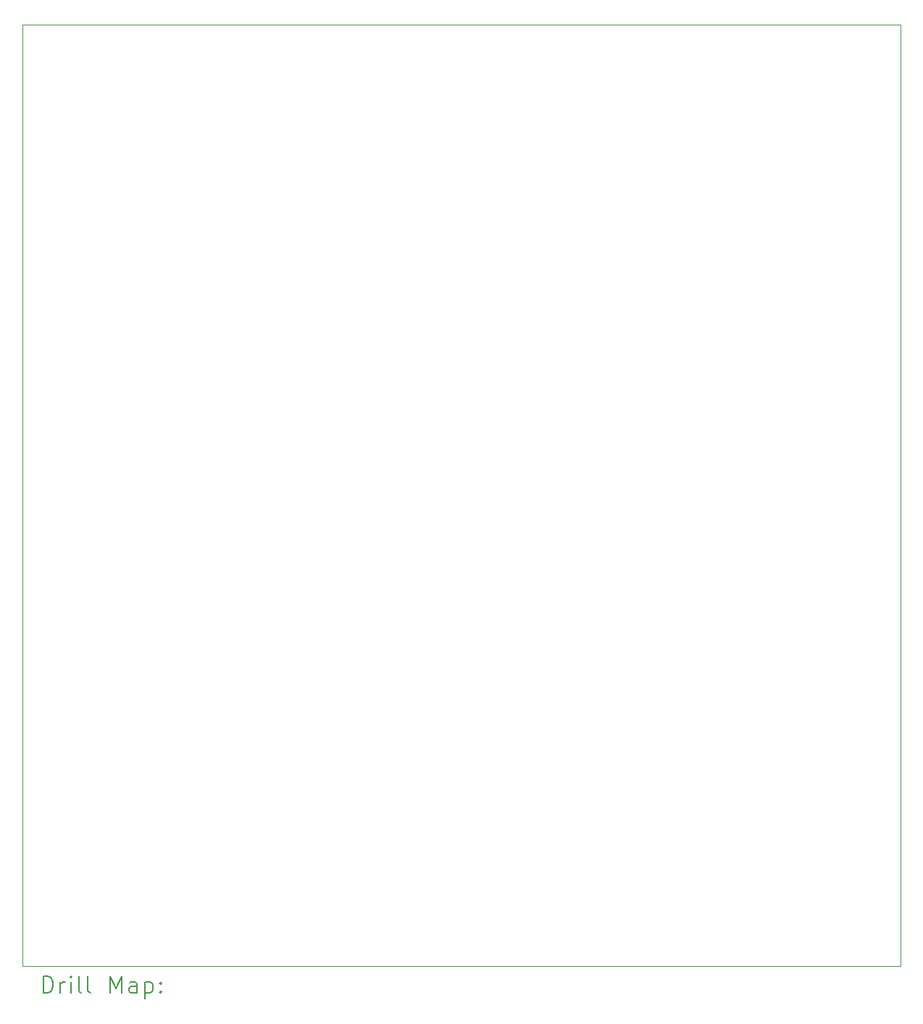
<source format=gbr>
%TF.GenerationSoftware,KiCad,Pcbnew,7.0.1*%
%TF.CreationDate,2023-04-23T09:14:57+12:00*%
%TF.ProjectId,Cocktail PCB,436f636b-7461-4696-9c20-5043422e6b69,rev?*%
%TF.SameCoordinates,Original*%
%TF.FileFunction,Drillmap*%
%TF.FilePolarity,Positive*%
%FSLAX45Y45*%
G04 Gerber Fmt 4.5, Leading zero omitted, Abs format (unit mm)*
G04 Created by KiCad (PCBNEW 7.0.1) date 2023-04-23 09:14:57*
%MOMM*%
%LPD*%
G01*
G04 APERTURE LIST*
%ADD10C,0.100000*%
%ADD11C,0.200000*%
G04 APERTURE END LIST*
D10*
X10261600Y-2844800D02*
X20523200Y-2844800D01*
X20523200Y-13843000D01*
X10261600Y-13843000D01*
X10261600Y-2844800D01*
D11*
X10504219Y-14160524D02*
X10504219Y-13960524D01*
X10504219Y-13960524D02*
X10551838Y-13960524D01*
X10551838Y-13960524D02*
X10580410Y-13970048D01*
X10580410Y-13970048D02*
X10599457Y-13989095D01*
X10599457Y-13989095D02*
X10608981Y-14008143D01*
X10608981Y-14008143D02*
X10618505Y-14046238D01*
X10618505Y-14046238D02*
X10618505Y-14074809D01*
X10618505Y-14074809D02*
X10608981Y-14112905D01*
X10608981Y-14112905D02*
X10599457Y-14131952D01*
X10599457Y-14131952D02*
X10580410Y-14151000D01*
X10580410Y-14151000D02*
X10551838Y-14160524D01*
X10551838Y-14160524D02*
X10504219Y-14160524D01*
X10704219Y-14160524D02*
X10704219Y-14027190D01*
X10704219Y-14065286D02*
X10713743Y-14046238D01*
X10713743Y-14046238D02*
X10723267Y-14036714D01*
X10723267Y-14036714D02*
X10742314Y-14027190D01*
X10742314Y-14027190D02*
X10761362Y-14027190D01*
X10828029Y-14160524D02*
X10828029Y-14027190D01*
X10828029Y-13960524D02*
X10818505Y-13970048D01*
X10818505Y-13970048D02*
X10828029Y-13979571D01*
X10828029Y-13979571D02*
X10837552Y-13970048D01*
X10837552Y-13970048D02*
X10828029Y-13960524D01*
X10828029Y-13960524D02*
X10828029Y-13979571D01*
X10951838Y-14160524D02*
X10932790Y-14151000D01*
X10932790Y-14151000D02*
X10923267Y-14131952D01*
X10923267Y-14131952D02*
X10923267Y-13960524D01*
X11056600Y-14160524D02*
X11037552Y-14151000D01*
X11037552Y-14151000D02*
X11028029Y-14131952D01*
X11028029Y-14131952D02*
X11028029Y-13960524D01*
X11285171Y-14160524D02*
X11285171Y-13960524D01*
X11285171Y-13960524D02*
X11351838Y-14103381D01*
X11351838Y-14103381D02*
X11418505Y-13960524D01*
X11418505Y-13960524D02*
X11418505Y-14160524D01*
X11599457Y-14160524D02*
X11599457Y-14055762D01*
X11599457Y-14055762D02*
X11589933Y-14036714D01*
X11589933Y-14036714D02*
X11570886Y-14027190D01*
X11570886Y-14027190D02*
X11532790Y-14027190D01*
X11532790Y-14027190D02*
X11513743Y-14036714D01*
X11599457Y-14151000D02*
X11580409Y-14160524D01*
X11580409Y-14160524D02*
X11532790Y-14160524D01*
X11532790Y-14160524D02*
X11513743Y-14151000D01*
X11513743Y-14151000D02*
X11504219Y-14131952D01*
X11504219Y-14131952D02*
X11504219Y-14112905D01*
X11504219Y-14112905D02*
X11513743Y-14093857D01*
X11513743Y-14093857D02*
X11532790Y-14084333D01*
X11532790Y-14084333D02*
X11580409Y-14084333D01*
X11580409Y-14084333D02*
X11599457Y-14074809D01*
X11694695Y-14027190D02*
X11694695Y-14227190D01*
X11694695Y-14036714D02*
X11713743Y-14027190D01*
X11713743Y-14027190D02*
X11751838Y-14027190D01*
X11751838Y-14027190D02*
X11770886Y-14036714D01*
X11770886Y-14036714D02*
X11780409Y-14046238D01*
X11780409Y-14046238D02*
X11789933Y-14065286D01*
X11789933Y-14065286D02*
X11789933Y-14122428D01*
X11789933Y-14122428D02*
X11780409Y-14141476D01*
X11780409Y-14141476D02*
X11770886Y-14151000D01*
X11770886Y-14151000D02*
X11751838Y-14160524D01*
X11751838Y-14160524D02*
X11713743Y-14160524D01*
X11713743Y-14160524D02*
X11694695Y-14151000D01*
X11875648Y-14141476D02*
X11885171Y-14151000D01*
X11885171Y-14151000D02*
X11875648Y-14160524D01*
X11875648Y-14160524D02*
X11866124Y-14151000D01*
X11866124Y-14151000D02*
X11875648Y-14141476D01*
X11875648Y-14141476D02*
X11875648Y-14160524D01*
X11875648Y-14036714D02*
X11885171Y-14046238D01*
X11885171Y-14046238D02*
X11875648Y-14055762D01*
X11875648Y-14055762D02*
X11866124Y-14046238D01*
X11866124Y-14046238D02*
X11875648Y-14036714D01*
X11875648Y-14036714D02*
X11875648Y-14055762D01*
M02*

</source>
